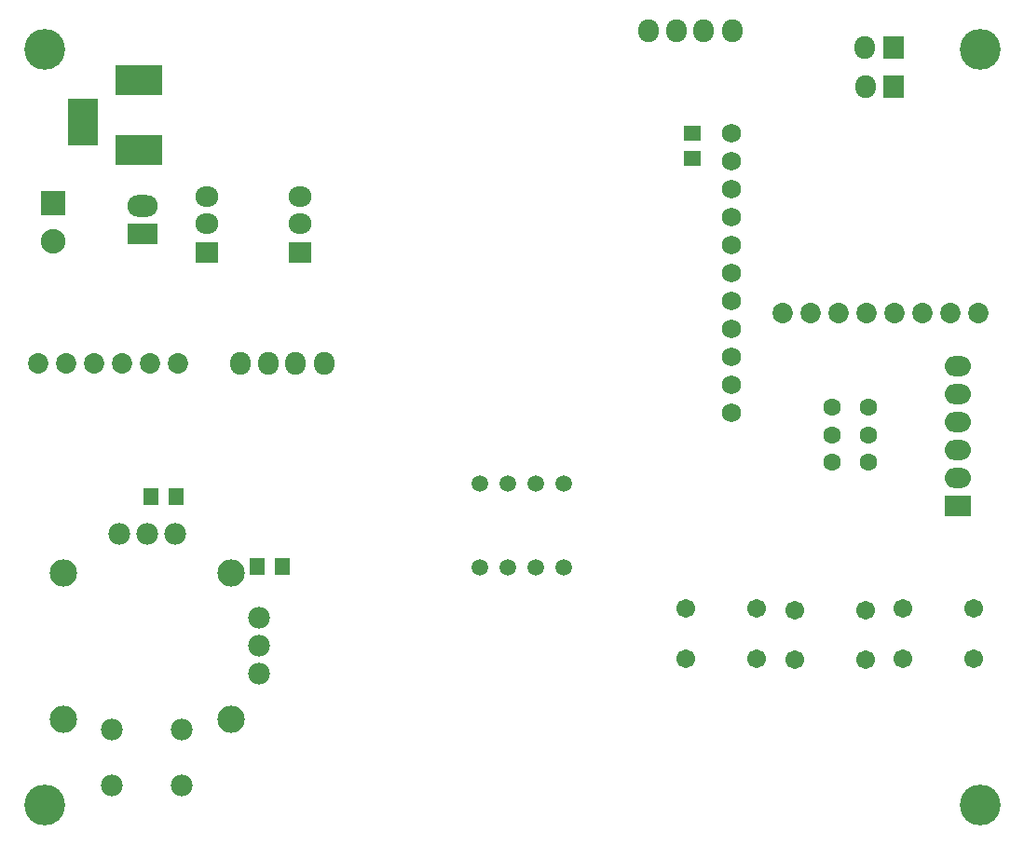
<source format=gbs>
G04*
G04 #@! TF.GenerationSoftware,Altium Limited,Altium Designer,18.1.6 (161)*
G04*
G04 Layer_Color=16711935*
%FSTAX24Y24*%
%MOIN*%
G70*
G01*
G75*
%ADD34R,0.0580X0.0630*%
%ADD36R,0.0630X0.0580*%
%ADD43C,0.0671*%
%ADD44C,0.0592*%
%ADD45O,0.0930X0.0730*%
%ADD46R,0.0930X0.0730*%
%ADD47C,0.0631*%
%ADD48O,0.0730X0.0830*%
%ADD49R,0.0730X0.0830*%
%ADD50R,0.1080X0.0780*%
%ADD51O,0.1080X0.0780*%
%ADD52C,0.0730*%
%ADD53R,0.0830X0.0730*%
%ADD54O,0.0830X0.0730*%
%ADD55C,0.0680*%
%ADD56C,0.0880*%
%ADD57R,0.0880X0.0880*%
%ADD58R,0.1080X0.1680*%
%ADD59R,0.1680X0.1080*%
%ADD60C,0.0780*%
%ADD61C,0.0980*%
%ADD62C,0.1460*%
D34*
X0198Y02985D02*
D03*
X0189D02*
D03*
X0151Y03235D02*
D03*
X016D02*
D03*
D36*
X03445Y04445D02*
D03*
Y04535D02*
D03*
D43*
X03422Y028336D02*
D03*
Y026564D02*
D03*
X03678Y028336D02*
D03*
Y026564D02*
D03*
X03812Y028286D02*
D03*
Y026514D02*
D03*
X04068Y028286D02*
D03*
Y026514D02*
D03*
X044546Y026564D02*
D03*
Y028336D02*
D03*
X041987Y026564D02*
D03*
Y028336D02*
D03*
D44*
X02885Y0298D02*
D03*
X02785D02*
D03*
X02685D02*
D03*
X02985D02*
D03*
Y0328D02*
D03*
X02885D02*
D03*
X02785D02*
D03*
X02685D02*
D03*
D45*
X04395Y036D02*
D03*
Y033D02*
D03*
Y034D02*
D03*
Y035D02*
D03*
Y037D02*
D03*
D46*
Y032D02*
D03*
D47*
X04075Y033566D02*
D03*
Y03455D02*
D03*
Y035534D02*
D03*
X03945Y033566D02*
D03*
Y03455D02*
D03*
Y035534D02*
D03*
D48*
X04065Y047D02*
D03*
X04064Y0484D02*
D03*
X03289Y049D02*
D03*
X0339D02*
D03*
X03488D02*
D03*
X03589D02*
D03*
X02129Y03712D02*
D03*
X02028D02*
D03*
X0193D02*
D03*
X01829D02*
D03*
D49*
X04166Y047D02*
D03*
X04165Y0484D02*
D03*
D50*
X0148Y04175D02*
D03*
D51*
Y04275D02*
D03*
D52*
X01105Y03712D02*
D03*
X01205D02*
D03*
X01305D02*
D03*
X01405D02*
D03*
X01505D02*
D03*
X01605D02*
D03*
X0377Y0389D02*
D03*
X0387D02*
D03*
X0397D02*
D03*
X0407D02*
D03*
X0417D02*
D03*
X0427D02*
D03*
X0437D02*
D03*
X0447D02*
D03*
D53*
X020425Y04109D02*
D03*
X0171D02*
D03*
D54*
X020425Y0421D02*
D03*
Y04308D02*
D03*
X0171Y0421D02*
D03*
Y04308D02*
D03*
D55*
X03585Y04535D02*
D03*
Y04435D02*
D03*
Y04335D02*
D03*
Y04235D02*
D03*
Y04135D02*
D03*
Y04035D02*
D03*
Y03935D02*
D03*
Y03835D02*
D03*
Y03735D02*
D03*
Y03635D02*
D03*
Y03535D02*
D03*
D56*
X0116Y041472D02*
D03*
D57*
Y04285D02*
D03*
D58*
X01265Y04575D02*
D03*
D59*
X01465Y04725D02*
D03*
Y04475D02*
D03*
D60*
X01895Y028D02*
D03*
Y027D02*
D03*
Y026D02*
D03*
X01395Y031D02*
D03*
X01495D02*
D03*
X01595D02*
D03*
X0137Y024D02*
D03*
X0162D02*
D03*
X0137Y022D02*
D03*
X0162D02*
D03*
D61*
X01195Y024375D02*
D03*
Y029625D02*
D03*
X01795D02*
D03*
Y024375D02*
D03*
D62*
X0113Y0213D02*
D03*
X04475D02*
D03*
Y04835D02*
D03*
X0113D02*
D03*
M02*

</source>
